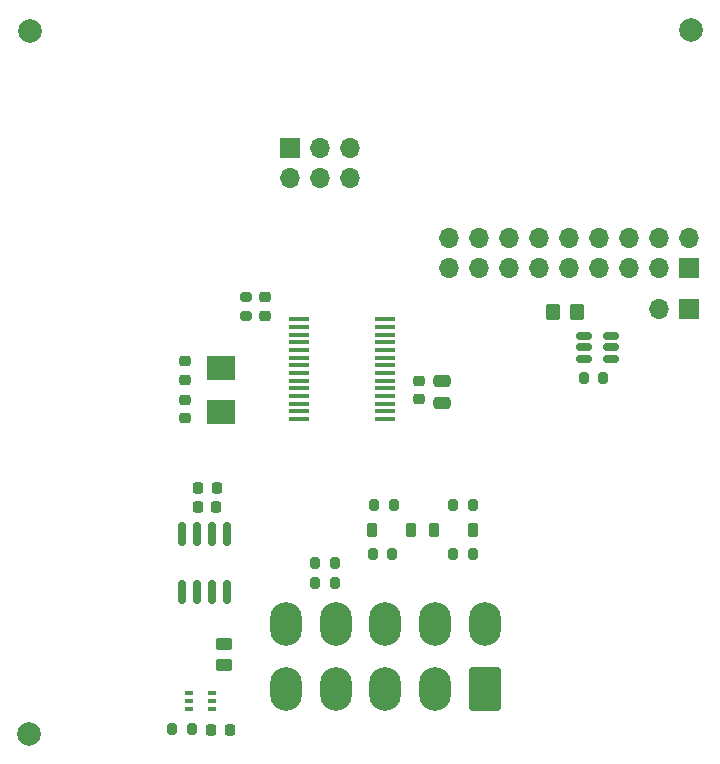
<source format=gbr>
G04 #@! TF.GenerationSoftware,KiCad,Pcbnew,9.0.0-rc2-6-ga1fa0bdb0b*
G04 #@! TF.CreationDate,2025-02-11T11:14:17+02:00*
G04 #@! TF.ProjectId,can_link_r1,63616e5f-6c69-46e6-9b5f-72312e6b6963,Rev 4*
G04 #@! TF.SameCoordinates,Original*
G04 #@! TF.FileFunction,Soldermask,Top*
G04 #@! TF.FilePolarity,Negative*
%FSLAX46Y46*%
G04 Gerber Fmt 4.6, Leading zero omitted, Abs format (unit mm)*
G04 Created by KiCad (PCBNEW 9.0.0-rc2-6-ga1fa0bdb0b) date 2025-02-11 11:14:17*
%MOMM*%
%LPD*%
G01*
G04 APERTURE LIST*
G04 Aperture macros list*
%AMRoundRect*
0 Rectangle with rounded corners*
0 $1 Rounding radius*
0 $2 $3 $4 $5 $6 $7 $8 $9 X,Y pos of 4 corners*
0 Add a 4 corners polygon primitive as box body*
4,1,4,$2,$3,$4,$5,$6,$7,$8,$9,$2,$3,0*
0 Add four circle primitives for the rounded corners*
1,1,$1+$1,$2,$3*
1,1,$1+$1,$4,$5*
1,1,$1+$1,$6,$7*
1,1,$1+$1,$8,$9*
0 Add four rect primitives between the rounded corners*
20,1,$1+$1,$2,$3,$4,$5,0*
20,1,$1+$1,$4,$5,$6,$7,0*
20,1,$1+$1,$6,$7,$8,$9,0*
20,1,$1+$1,$8,$9,$2,$3,0*%
G04 Aperture macros list end*
%ADD10RoundRect,0.150000X-0.150000X0.825000X-0.150000X-0.825000X0.150000X-0.825000X0.150000X0.825000X0*%
%ADD11RoundRect,0.225000X-0.225000X-0.250000X0.225000X-0.250000X0.225000X0.250000X-0.225000X0.250000X0*%
%ADD12RoundRect,0.250000X-0.450000X0.262500X-0.450000X-0.262500X0.450000X-0.262500X0.450000X0.262500X0*%
%ADD13R,2.400000X2.000000*%
%ADD14RoundRect,0.200000X-0.200000X-0.275000X0.200000X-0.275000X0.200000X0.275000X-0.200000X0.275000X0*%
%ADD15RoundRect,0.200000X0.200000X0.275000X-0.200000X0.275000X-0.200000X-0.275000X0.200000X-0.275000X0*%
%ADD16RoundRect,0.225000X-0.250000X0.225000X-0.250000X-0.225000X0.250000X-0.225000X0.250000X0.225000X0*%
%ADD17R,1.750000X0.450000*%
%ADD18RoundRect,0.225000X-0.225000X-0.375000X0.225000X-0.375000X0.225000X0.375000X-0.225000X0.375000X0*%
%ADD19RoundRect,0.225000X0.250000X-0.225000X0.250000X0.225000X-0.250000X0.225000X-0.250000X-0.225000X0*%
%ADD20R,1.700000X1.700000*%
%ADD21O,1.700000X1.700000*%
%ADD22RoundRect,0.218750X0.218750X0.256250X-0.218750X0.256250X-0.218750X-0.256250X0.218750X-0.256250X0*%
%ADD23RoundRect,0.100000X-0.225000X-0.100000X0.225000X-0.100000X0.225000X0.100000X-0.225000X0.100000X0*%
%ADD24RoundRect,0.250001X1.099999X1.599999X-1.099999X1.599999X-1.099999X-1.599999X1.099999X-1.599999X0*%
%ADD25O,2.700000X3.700000*%
%ADD26C,2.000000*%
%ADD27RoundRect,0.150000X-0.512500X-0.150000X0.512500X-0.150000X0.512500X0.150000X-0.512500X0.150000X0*%
%ADD28RoundRect,0.250000X-0.475000X0.250000X-0.475000X-0.250000X0.475000X-0.250000X0.475000X0.250000X0*%
%ADD29RoundRect,0.200000X-0.275000X0.200000X-0.275000X-0.200000X0.275000X-0.200000X0.275000X0.200000X0*%
%ADD30RoundRect,0.225000X0.225000X0.375000X-0.225000X0.375000X-0.225000X-0.375000X0.225000X-0.375000X0*%
%ADD31RoundRect,0.250000X0.350000X0.450000X-0.350000X0.450000X-0.350000X-0.450000X0.350000X-0.450000X0*%
G04 APERTURE END LIST*
D10*
G04 #@! TO.C,U4*
X150150000Y-115890000D03*
X148880000Y-115890000D03*
X147610000Y-115890000D03*
X146340000Y-115890000D03*
X146340000Y-120840000D03*
X147610000Y-120840000D03*
X148880000Y-120840000D03*
X150150000Y-120840000D03*
G04 #@! TD*
D11*
G04 #@! TO.C,C5*
X147695000Y-112025000D03*
X149245000Y-112025000D03*
G04 #@! TD*
D12*
G04 #@! TO.C,R14*
X149900000Y-125187500D03*
X149900000Y-127012500D03*
G04 #@! TD*
D13*
G04 #@! TO.C,Y1*
X149590000Y-101840000D03*
X149590000Y-105540000D03*
G04 #@! TD*
D14*
G04 #@! TO.C,R17*
X162600000Y-113450000D03*
X164250000Y-113450000D03*
G04 #@! TD*
D15*
G04 #@! TO.C,R16*
X170925000Y-113450000D03*
X169275000Y-113450000D03*
G04 #@! TD*
D16*
G04 #@! TO.C,C3*
X166350000Y-102950000D03*
X166350000Y-104500000D03*
G04 #@! TD*
D17*
G04 #@! TO.C,U3*
X156250000Y-97725000D03*
X156250000Y-98375000D03*
X156250000Y-99025000D03*
X156250000Y-99675000D03*
X156250000Y-100325000D03*
X156250000Y-100975000D03*
X156250000Y-101625000D03*
X156250000Y-102275000D03*
X156250000Y-102925000D03*
X156250000Y-103575000D03*
X156250000Y-104225000D03*
X156250000Y-104875000D03*
X156250000Y-105525000D03*
X156250000Y-106175000D03*
X163450000Y-106175000D03*
X163450000Y-105525000D03*
X163450000Y-104875000D03*
X163450000Y-104225000D03*
X163450000Y-103575000D03*
X163450000Y-102925000D03*
X163450000Y-102275000D03*
X163450000Y-101625000D03*
X163450000Y-100975000D03*
X163450000Y-100325000D03*
X163450000Y-99675000D03*
X163450000Y-99025000D03*
X163450000Y-98375000D03*
X163450000Y-97725000D03*
G04 #@! TD*
D18*
G04 #@! TO.C,D4*
X162425000Y-115550000D03*
X165725000Y-115550000D03*
G04 #@! TD*
D19*
G04 #@! TO.C,C1*
X153350000Y-97425000D03*
X153350000Y-95875000D03*
G04 #@! TD*
D20*
G04 #@! TO.C,J1*
X189255000Y-93393000D03*
D21*
X189255000Y-90853000D03*
X186715000Y-93393000D03*
X186715000Y-90853000D03*
X184175000Y-93393000D03*
X184175000Y-90853000D03*
X181635000Y-93393000D03*
X181635000Y-90853000D03*
X179095000Y-93393000D03*
X179095000Y-90853000D03*
X176555000Y-93393000D03*
X176555000Y-90853000D03*
X174015000Y-93393000D03*
X174015000Y-90853000D03*
X171475000Y-93393000D03*
X171475000Y-90853000D03*
X168935000Y-93393000D03*
X168935000Y-90853000D03*
G04 #@! TD*
D14*
G04 #@! TO.C,R2*
X145475000Y-132435000D03*
X147125000Y-132435000D03*
G04 #@! TD*
D22*
G04 #@! TO.C,D1*
X150362500Y-132475000D03*
X148787500Y-132475000D03*
G04 #@! TD*
D14*
G04 #@! TO.C,R21*
X180325000Y-102700000D03*
X181975000Y-102700000D03*
G04 #@! TD*
D15*
G04 #@! TO.C,R20*
X159250000Y-120025000D03*
X157600000Y-120025000D03*
G04 #@! TD*
G04 #@! TO.C,R18*
X164100000Y-117600000D03*
X162450000Y-117600000D03*
G04 #@! TD*
D16*
G04 #@! TO.C,C6*
X146580000Y-101300000D03*
X146580000Y-102850000D03*
G04 #@! TD*
D20*
G04 #@! TO.C,J2*
X189255000Y-96899000D03*
D21*
X186715000Y-96899000D03*
G04 #@! TD*
D11*
G04 #@! TO.C,C4*
X147670000Y-113625000D03*
X149220000Y-113625000D03*
G04 #@! TD*
D19*
G04 #@! TO.C,C2*
X146580000Y-106080000D03*
X146580000Y-104530000D03*
G04 #@! TD*
D23*
G04 #@! TO.C,U1*
X148800000Y-129400000D03*
X148800000Y-130050000D03*
X148800000Y-130700000D03*
X146900000Y-130700000D03*
X146900000Y-130050000D03*
X146900000Y-129400000D03*
G04 #@! TD*
D24*
G04 #@! TO.C,J3*
X171925000Y-129000000D03*
D25*
X167725000Y-129000000D03*
X163525000Y-129000000D03*
X159325000Y-129000000D03*
X155125000Y-129000000D03*
X171925000Y-123500000D03*
X167725000Y-123500000D03*
X163525000Y-123500000D03*
X159325000Y-123500000D03*
X155125000Y-123500000D03*
G04 #@! TD*
D26*
G04 #@! TO.C,FID1*
X133344000Y-132840200D03*
G04 #@! TD*
G04 #@! TO.C,FID2*
X189376400Y-73226400D03*
G04 #@! TD*
D14*
G04 #@! TO.C,R15*
X169275000Y-117600000D03*
X170925000Y-117600000D03*
G04 #@! TD*
D27*
G04 #@! TO.C,U2*
X180350000Y-99150000D03*
X180350000Y-100100000D03*
X180350000Y-101050000D03*
X182625000Y-101050000D03*
X182625000Y-100100000D03*
X182625000Y-99150000D03*
G04 #@! TD*
D28*
G04 #@! TO.C,C10*
X168350000Y-102950000D03*
X168350000Y-104850000D03*
G04 #@! TD*
D29*
G04 #@! TO.C,R4*
X151700000Y-95825000D03*
X151700000Y-97475000D03*
G04 #@! TD*
D26*
G04 #@! TO.C,FID3*
X133394800Y-73302600D03*
G04 #@! TD*
D30*
G04 #@! TO.C,D3*
X170950000Y-115550000D03*
X167650000Y-115550000D03*
G04 #@! TD*
D14*
G04 #@! TO.C,R19*
X157600000Y-118375000D03*
X159250000Y-118375000D03*
G04 #@! TD*
D31*
G04 #@! TO.C,R1*
X179710000Y-97140000D03*
X177710000Y-97140000D03*
G04 #@! TD*
D20*
G04 #@! TO.C,J4*
X155425000Y-83225000D03*
D21*
X155425000Y-85765000D03*
X157965000Y-83225000D03*
X157965000Y-85765000D03*
X160505000Y-83225000D03*
X160505000Y-85765000D03*
G04 #@! TD*
M02*

</source>
